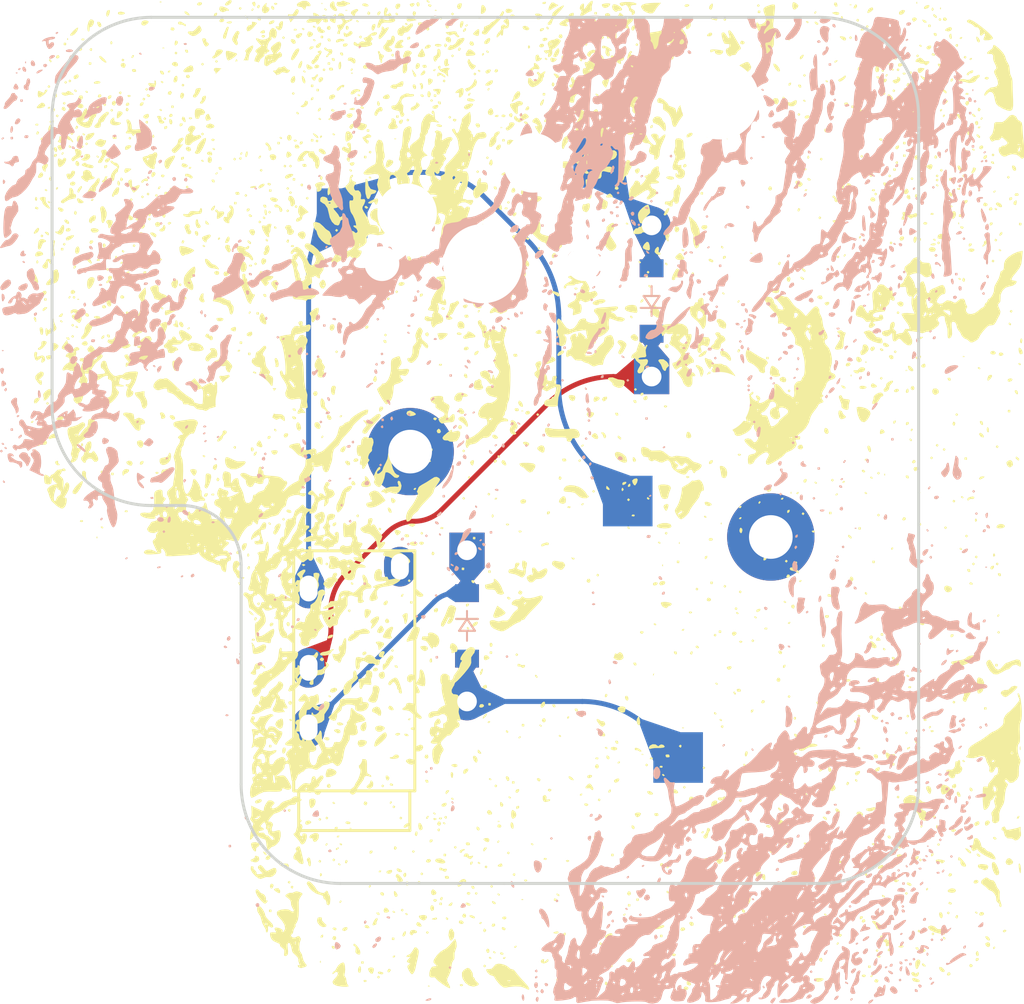
<source format=kicad_pcb>
(kicad_pcb (version 20221018) (generator pcbnew)
  (title_block (title "left") (rev "v1.0.0") (company "Unknown"))
  (layers (0 "F.Cu" signal) (31 "B.Cu" signal) (34 "B.Paste" user) (35 "F.Paste" user) (36 "B.SilkS" user "B.Silkscreen") (37 "F.SilkS" user "F.Silkscreen") (38 "B.Mask" user) (39 "F.Mask" user) (44 "Edge.Cuts" user))
  (net 0 "")
  (net 1 "rest_boat")
  (net 2 "reach_boat")
  (net 3 "T_COL")
  (net 4 "R2")
  (net 5 "R1")
  (footprint "LOGO" (layer "F.Cu") (at 100.478846 60.190336 -90)
    (fp_text reference "G***" hide)
    (fp_text value "LOGO" hide)
  )
  (footprint "Keebio-Parts:TRRS-PJ-320A" (layer "F.Cu") (at 91.729956 75.074686 180)
    (fp_text reference "REF**")
    (fp_text value "TRRS-PJ-320A")
    (pad "" np_thru_hole circle (at 0 1.6 180) (size 0.8 0.8) (drill 0.8) (layers "F&B.Cu" "*.Mask"))
    (pad "" np_thru_hole circle (at 0 8.6 180) (size 0.8 0.8) (drill 0.8) (layers "F&B.Cu" "*.Mask"))
    (pad "1" thru_hole oval (at -2.3 11.3 180) (size 1.6 2) (drill oval 0.9 1.3) (layers "*.Cu" "*.Mask"))
    (pad "2" thru_hole oval (at 2.3 10.2 180) (size 1.6 2) (drill oval 0.9 1.3) (layers "*.Cu" "*.Mask") (net 3 "T_COL"))
    (pad "3" thru_hole oval (at 2.3 6.2 180) (size 1.6 2) (drill oval 0.9 1.3) (layers "*.Cu" "*.Mask") (net 5 "R1"))
    (pad "4" thru_hole oval (at 2.3 3.2 180) (size 1.6 2) (drill oval 0.9 1.3) (layers "*.Cu" "*.Mask") (net 4 "R2"))
  )
  (footprint "" (layer "F.Cu") (at 94.546462 57.975192 -90)
    (fp_text reference "" (at 0 0 90) (layer "F.SilkS") (effects (font (size 1.27 1.27))))
    (fp_text value "" (at 0 0 90) (layer "F.SilkS") (effects (font (size 1.27 1.27))))
    (pad "0" thru_hole circle (at 0 0 180) (size 4.4 4.4) (drill 2.2) (layers "*.Cu" "*.Mask"))
  )
  (footprint "MX_Only:MXOnly-2U-Hotswap" (layer "F.Cu") (at 98.203704 48.502188)
    (fp_text reference "S23")
    (fp_text value "")
    (pad "" np_thru_hole circle (at -11.938 -8.255 180) (size 3.9878 3.9878) (drill 3.9878) (layers "F&B.Cu" "*.Mask"))
    (pad "" np_thru_hole circle (at -11.938 6.985 180) (size 3.048 3.048) (drill 3.048) (layers "F&B.Cu" "*.Mask"))
    (pad "" np_thru_hole circle (at -5.08 0 48.0996) (size 1.75 1.75) (drill 1.75) (layers "F&B.Cu" "*.Mask"))
    (pad "" np_thru_hole circle (at -3.81 -2.54) (size 3 3) (drill 3) (layers "F&B.Cu" "*.Mask"))
    (pad "" np_thru_hole circle (at 0 0 180) (size 3.9878 3.9878) (drill 3.9878) (layers "F&B.Cu" "*.Mask"))
    (pad "" np_thru_hole circle (at 2.54 -5.08) (size 3 3) (drill 3) (layers "F&B.Cu" "*.Mask"))
    (pad "" np_thru_hole circle (at 5.08 0 48.0996) (size 1.75 1.75) (drill 1.75) (layers "F&B.Cu" "*.Mask"))
    (pad "" np_thru_hole circle (at 11.938 -8.255 180) (size 3.9878 3.9878) (drill 3.9878) (layers "F&B.Cu" "*.Mask"))
    (pad "" np_thru_hole circle (at 11.938 6.985 180) (size 3.048 3.048) (drill 3.048) (layers "F&B.Cu" "*.Mask"))
    (pad "1" smd rect (at -7.085 -2.54) (size 2.55 2.5) (layers "B.Cu" "B.Paste" "B.Mask") (net 3 "T_COL"))
    (pad "2" smd rect (at 5.842 -5.08) (size 2.55 2.5) (layers "B.Cu" "B.Paste" "B.Mask") (net 2 "reach_boat"))
  )
  (footprint "" (layer "F.Cu") (at 112.715206 62.278937 -90)
    (fp_text reference "" (at 0 0 90) (layer "F.SilkS") (effects (font (size 1.27 1.27))))
    (fp_text value "" (at 0 0 90) (layer "F.SilkS") (effects (font (size 1.27 1.27))))
    (pad "0" thru_hole circle (at 0 0 180) (size 4.4 4.4) (drill 2.2) (layers "*.Cu" "*.Mask"))
  )
  (footprint "MX_Only:MXOnly-1.5U-Hotswap" (layer "F.Cu") (at 102.966208 67.552185 -90)
    (fp_text reference "S22")
    (fp_text value "")
    (pad "" np_thru_hole circle (at -5.08 0 318.0996) (size 1.75 1.75) (drill 1.75) (layers "F&B.Cu" "*.Mask"))
    (pad "" np_thru_hole circle (at -3.81 -2.54 270) (size 3 3) (drill 3) (layers "F&B.Cu" "*.Mask"))
    (pad "" np_thru_hole circle (at 0 0 270) (size 3.9878 3.9878) (drill 3.9878) (layers "F&B.Cu" "*.Mask"))
    (pad "" np_thru_hole circle (at 2.54 -5.08 270) (size 3 3) (drill 3) (layers "F&B.Cu" "*.Mask"))
    (pad "" np_thru_hole circle (at 5.08 0 318.0996) (size 1.75 1.75) (drill 1.75) (layers "F&B.Cu" "*.Mask"))
    (pad "1" smd rect (at -7.085 -2.54 270) (size 2.55 2.5) (layers "B.Cu" "B.Paste" "B.Mask") (net 3 "T_COL"))
    (pad "2" smd rect (at 5.842 -5.08 270) (size 2.55 2.5) (layers "B.Cu" "B.Paste" "B.Mask") (net 1 "rest_boat"))
  )
  (footprint "LOGO" (layer "B.Cu") (at 98.86304 60.888898 90)
    (fp_text reference "G***" hide)
    (fp_text value "LOGO" hide)
  )
  (footprint "ComboDiode" (layer "B.Cu") (at 97.409956 66.75843 -90)
    (fp_text reference "D22" hide)
    (fp_text value "" hide)
    (pad "1" thru_hole rect (at -3.81 0 270) (size 1.778 1.778) (drill 0.9906) (layers "*.Cu" "*.Mask") (net 4 "R2"))
    (pad "1" smd rect (at -1.65 0 270) (size 0.9 1.2) (layers "F.Cu" "F.Paste" "F.Mask") (net 4 "R2"))
    (pad "1" smd rect (at -1.65 0 270) (size 0.9 1.2) (layers "B.Cu" "B.Paste" "B.Mask") (net 4 "R2"))
    (pad "2" smd rect (at 1.65 0 270) (size 0.9 1.2) (layers "F.Cu" "F.Paste" "F.Mask") (net 1 "rest_boat"))
    (pad "2" smd rect (at 1.65 0 270) (size 0.9 1.2) (layers "B.Cu" "B.Paste" "B.Mask") (net 1 "rest_boat"))
    (pad "2" thru_hole circle (at 3.81 0 270) (size 1.905 1.905) (drill 0.9906) (layers "*.Cu" "*.Mask") (net 1 "rest_boat"))
  )
  (footprint "ComboDiode" (layer "B.Cu") (at 106.70996 50.382186 90)
    (fp_text reference "D23" hide)
    (fp_text value "" hide)
    (pad "1" thru_hole rect (at -3.81 0 90) (size 1.778 1.778) (drill 0.9906) (layers "*.Cu" "*.Mask") (net 5 "R1"))
    (pad "1" smd rect (at -1.65 0 90) (size 0.9 1.2) (layers "F.Cu" "F.Paste" "F.Mask") (net 5 "R1"))
    (pad "1" smd rect (at -1.65 0 90) (size 0.9 1.2) (layers "B.Cu" "B.Paste" "B.Mask") (net 5 "R1"))
    (pad "2" smd rect (at 1.65 0 90) (size 0.9 1.2) (layers "F.Cu" "F.Paste" "F.Mask") (net 2 "reach_boat"))
    (pad "2" smd rect (at 1.65 0 90) (size 0.9 1.2) (layers "B.Cu" "B.Paste" "B.Mask") (net 2 "reach_boat"))
    (pad "2" thru_hole circle (at 3.81 0 90) (size 1.905 1.905) (drill 0.9906) (layers "*.Cu" "*.Mask") (net 2 "reach_boat"))
  )
  (gr_line (start 81.505211 36.085191) (end 115.161459 36.085182) (stroke (width 0.15)) (layer "Edge.Cuts"))
  (gr_line (start 81.50521 60.691442) (end 83.030206 60.691431) (stroke (width 0.15)) (layer "Edge.Cuts"))
  (gr_arc (start 76.505212 41.085191) (mid 77.969657 37.549652) (end 81.505211 36.085191) (stroke (width 0.15)) (layer "Edge.Cuts"))
  (gr_line (start 86.030204 63.691435) (end 86.030208 74.741441) (stroke (width 0.15)) (layer "Edge.Cuts"))
  (gr_line (start 76.505205 55.691436) (end 76.505212 41.085191) (stroke (width 0.15)) (layer "Edge.Cuts"))
  (gr_arc (start 83.030206 60.691431) (mid 85.151565 61.570089) (end 86.030204 63.691435) (stroke (width 0.15)) (layer "Edge.Cuts"))
  (gr_arc (start 120.1657 74.741438) (mid 118.7 78.28) (end 115.161455 79.745738) (stroke (width 0.15)) (layer "Edge.Cuts"))
  (gr_line (start 120.161458 41.085184) (end 120.161455 74.741433) (stroke (width 0.15)) (layer "Edge.Cuts"))
  (gr_arc (start 115.161459 36.085182) (mid 118.697014 37.549641) (end 120.161458 41.085184) (stroke (width 0.15)) (layer "Edge.Cuts"))
  (gr_arc (start 91.030205 79.741439) (mid 87.494642 78.276986) (end 86.030208 74.741441) (stroke (width 0.15)) (layer "Edge.Cuts"))
  (gr_line (start 115.161457 79.741433) (end 91.030205 79.741439) (stroke (width 0.15)) (layer "Edge.Cuts"))
  (gr_arc (start 81.50521 60.691442) (mid 77.969675 59.226982) (end 76.505205 55.691436) (stroke (width 0.15)) (layer "Edge.Cuts"))
  (segment (start 97.409956 68.408431) (end 97.409955 70.56844) (width 0.25) (layer "F.Cu") (net 1))
  (segment (start 97.409955 70.56844) (end 97.409956 68.408431) (width 0.25) (layer "B.Cu") (net 1))
  (segment (start 106.63333 71.981309) (end 108.046205 73.394189) (width 0.25) (layer "B.Cu") (net 1))
  (segment (start 103.222355 70.568435) (end 97.409955 70.56844) (width 0.25) (layer "B.Cu") (net 1))
  (arc (start 106.63333 71.981309) (mid 105.06836 70.935628) (end 103.222355 70.568435) (width 0.25) (layer "B.Cu") (net 1))
  (segment (start 106.709952 48.732192) (end 106.709957 46.572182) (width 0.25) (layer "F.Cu") (net 2))
  (segment (start 104.185197 44.047417) (end 106.709957 46.572182) (width 0.25) (layer "B.Cu") (net 2))
  (segment (start 106.709957 46.572182) (end 106.709952 48.732192) (width 0.25) (layer "B.Cu") (net 2))
  (segment (start 103.928951 43.428812) (end 103.928953 43.066432) (width 0.25) (layer "B.Cu") (net 2))
  (arc (start 103.928951 43.428812) (mid 103.995554 43.763601) (end 104.185197 44.047417) (width 0.25) (layer "B.Cu") (net 2))
  (segment (start 91.945661 45.135226) (end 91.944209 45.136678) (width 0.25) (layer "B.Cu") (net 3))
  (segment (start 91.963084 45.117809) (end 91.955824 45.125067) (width 0.25) (layer "B.Cu") (net 3))
  (segment (start 92.028399 45.052488) (end 92.026946 45.053943) (width 0.25) (layer "B.Cu") (net 3))
  (segment (start 92.054514 45.026375) (end 92.05307 45.027819) (width 0.25) (layer "B.Cu") (net 3))
  (segment (start 91.943846 45.13704) (end 91.944209 45.136678) (width 0.25) (layer "B.Cu") (net 3))
  (segment (start 92.055605 45.025285) (end 92.05488 45.02601) (width 0.25) (layer "B.Cu") (net 3))
  (segment (start 92.022588 45.058302) (end 92.024039 45.056852) (width 0.25) (layer "B.Cu") (net 3))
  (segment (start 91.947114 45.133775) (end 91.945661 45.135226) (width 0.25) (layer "B.Cu") (net 3))
  (segment (start 91.839718 45.241175) (end 91.838267 45.242626) (width 0.25) (layer "B.Cu") (net 3))
  (segment (start 92.05488 45.02601) (end 92.054514 45.026375) (width 0.25) (layer "B.Cu") (net 3))
  (segment (start 92.038553 45.042337) (end 92.032748 45.04814) (width 0.25) (layer "B.Cu") (net 3))
  (segment (start 91.746469 45.33442) (end 91.746833 45.334057) (width 0.25) (layer "B.Cu") (net 3))
  (segment (start 91.948567 45.132323) (end 91.950017 45.130874) (width 0.25) (layer "B.Cu") (net 3))
  (segment (start 92.044356 45.036534) (end 92.038553 45.042337) (width 0.25) (layer "B.Cu") (net 3))
  (segment (start 95.380919 43.9) (end 94.837746 43.9) (width 0.25) (layer "B.Cu") (net 3))
  (segment (start 91.95437 45.126522) (end 91.950017 45.130874) (width 0.25) (layer "B.Cu") (net 3))
  (segment (start 91.978686 45.102208) (end 91.993925 45.086968) (width 0.25) (layer "B.Cu") (net 3))
  (segment (start 92.04617 45.034719) (end 92.044356 45.036534) (width 0.25) (layer "B.Cu") (net 3))
  (segment (start 92.048343 45.032546) (end 92.04617 45.034719) (width 0.25) (layer "B.Cu") (net 3))
  (segment (start 91.890515 45.190377) (end 91.878904 45.201987) (width 0.25) (layer "B.Cu") (net 3))
  (segment (start 92.05307 45.027819) (end 92.051625 45.029263) (width 0.25) (layer "B.Cu") (net 3))
  (segment (start 100.440398 47.302624) (end 98.721751 45.583978) (width 0.25) (layer "B.Cu") (net 3))
  (segment (start 91.84262 45.238272) (end 91.848789 45.232103) (width 0.25) (layer "B.Cu") (net 3))
  (segment (start 92.022588 45.058302) (end 92.018233 45.062659) (width 0.25) (layer "B.Cu") (net 3))
  (segment (start 91.831009 45.249884) (end 91.838267 45.242626) (width 0.25) (layer "B.Cu") (net 3))
  (segment (start 91.831009 45.249884) (end 91.815042 45.265851) (width 0.25) (layer "B.Cu") (net 3))
  (segment (start 92.016783 45.064108) (end 92.009529 45.071364) (width 0.25) (layer "B.Cu") (net 3))
  (segment (start 92.028759 45.052127) (end 92.028399 45.052488) (width 0.25) (layer "B.Cu") (net 3))
  (segment (start 91.978686 45.102208) (end 91.970704 45.110188) (width 0.25) (layer "B.Cu") (net 3))
  (segment (start 91.970704 45.110188) (end 91.970343 45.11055) (width 0.25) (layer "B.Cu") (net 3))
  (segment (start 91.807787 45.273105) (end 91.815042 45.265851) (width 0.25) (layer "B.Cu") (net 3))
  (segment (start 92.001909 45.078984) (end 91.993925 45.086968) (width 0.25) (layer "B.Cu") (net 3))
  (segment (start 91.905032 45.175859) (end 91.899225 45.181668) (width 0.25) (layer "B.Cu") (net 3))
  (segment (start 91.893416 45.187475) (end 91.890515 45.190377) (width 0.25) (layer "B.Cu") (net 3))
  (segment (start 92.048699 45.032189) (end 92.048343 45.032546) (width 0.25) (layer "B.Cu") (net 3))
  (segment (start 92.009319 45.071573) (end 91.118704 45.962188) (width 0.25) (layer "B.Cu") (net 3))
  (segment (start 92.055605 45.025285) (end 92.055968 45.024923) (width 0.25) (layer "B.Cu") (net 3))
  (segment (start 92.050159 45.03073) (end 92.048699 45.032189) (width 0.25) (layer "B.Cu") (net 3))
  (segment (start 91.862577 45.218314) (end 91.848789 45.232103) (width 0.25) (layer "B.Cu") (net 3))
  (segment (start 91.948567 45.132323) (end 91.947114 45.133775) (width 0.25) (layer "B.Cu") (net 3))
  (segment (start 91.84262 45.238272) (end 91.841169 45.239724) (width 0.25) (layer "B.Cu") (net 3))
  (segment (start 91.841169 45.239724) (end 91.839718 45.241175) (width 0.25) (layer "B.Cu") (net 3))
  (segment (start 92.026946 45.053943) (end 92.025493 45.055398) (width 0.25) (layer "B.Cu") (net 3))
  (segment (start 91.93114 45.149744) (end 91.931154 45.149729) (width 0.25) (layer "B.Cu") (net 3))
  (segment (start 105.506209 60.467183) (end 103.627978 58.58896) (width 0.25) (layer "B.Cu") (net 3))
  (segment (start 92.051618 45.029271) (end 92.050159 45.03073) (width 0.25) (layer "B.Cu") (net 3))
  (segment (start 92.016783 45.064108) (end 92.018233 45.062659) (width 0.25) (layer "B.Cu") (net 3))
  (segment (start 102.034187 54.741206) (end 102.034186 51.15038) (width 0.25) (layer "B.Cu") (net 3))
  (segment (start 91.715266 45.365623) (end 91.684426 45.396463) (width 0.25) (layer "B.Cu") (net 3))
  (segment (start 92.030934 45.049953) (end 92.028759 45.052127) (width 0.25) (layer "B.Cu") (net 3))
  (segment (start 91.943846 45.13704) (end 91.94167 45.139217) (width 0.25) (layer "B.Cu") (net 3))
  (segment (start 92.009529 45.071364) (end 92.002273 45.078619) (width 0.25) (layer "B.Cu") (net 3))
  (segment (start 91.922442 45.158445) (end 91.91664 45.164248) (width 0.25) (layer "B.Cu") (net 3))
  (segment (start 92.030934 45.049953) (end 92.032748 45.04814) (width 0.25) (layer "B.Cu") (net 3))
  (segment (start 91.94167 45.139217) (end 91.939857 45.14103) (width 0.25) (layer "B.Cu") (net 3))
  (segment (start 91.899225 45.181668) (end 91.893416 45.187475) (width 0.25) (layer "B.Cu") (net 3))
  (segment (start 91.807787 45.273105) (end 91.777311 45.303581) (width 0.25) (layer "B.Cu") (net 3))
  (segment (start 91.91664 45.164248) (end 91.910839 45.17005) (width 0.25) (layer "B.Cu") (net 3))
  (segment (start 91.862577 45.218314) (end 91.878904 45.201987) (width 0.25) (layer "B.Cu") (net 3))
  (segment (start 91.684426 45.396463) (end 91.591542 45.489345) (width 0.25) (layer "B.Cu") (net 3))
  (segment (start 91.931136 45.149747) (end 91.928243 45.152642) (width 0.25) (layer "B.Cu") (net 3))
  (segment (start 91.746469 45.33442) (end 91.715266 45.365623) (width 0.25) (layer "B.Cu") (net 3))
  (segment (start 91.910839 45.17005) (end 91.905032 45.175859) (width 0.25) (layer "B.Cu") (net 3))
  (segment (start 90.274332 46.806558) (end 91.591542 45.489345) (width 0.25) (layer "B.Cu") (net 3))
  (segment (start 92.025493 45.055398) (end 92.024039 45.056852) (width 0.25) (layer "B.Cu") (net 3))
  (segment (start 91.777311 45.303581) (end 91.746833 45.334057) (width 0.25) (layer "B.Cu") (net 3))
  (segment (start 92.002273 45.078619) (end 92.001909 45.078984) (width 0.25) (layer "B.Cu") (net 3))
  (segment (start 91.955824 45.125067) (end 91.95437 45.126522) (width 0.25) (layer "B.Cu") (net 3))
  (segment (start 91.970343 45.11055) (end 91.963084 45.117809) (width 0.25) (layer "B.Cu") (net 3))
  (segment (start 92.051625 45.029263) (end 92.051618 45.029271) (width 0.25) (layer "B.Cu") (net 3))
  (segment (start 98.721751 45.583978) (end 98.209346 45.071573) (width 0.25) (layer "B.Cu") (net 3))
  (segment (start 91.939857 45.14103) (end 91.934053 45.146832) (width 0.25) (layer "B.Cu") (net 3))
  (segment (start 89.429957 48.845058) (end 89.429954 64.874689) (width 0.25) (layer "B.Cu") (net 3))
  (segment (start 91.928243 45.152642) (end 91.922442 45.158445) (width 0.25) (layer "B.Cu") (net 3))
  (segment (start 91.931154 45.149729) (end 91.934053 45.146832) (width 0.25) (layer "B.Cu") (net 3))
  (arc (start 94.837746 43.9) (mid 93.307012 44.204482) (end 92.009319 45.071573) (width 0.25) (layer "B.Cu") (net 3))
  (arc (start 90.274332 46.806558) (mid 89.649404 47.741827) (end 89.429957 48.845058) (width 0.25) (layer "B.Cu") (net 3))
  (arc (start 91.931144 45.149741) (mid 91.931141 45.149742) (end 91.931136 45.149747) (width 0.25) (layer "B.Cu") (net 3))
  (arc (start 91.931144 45.149741) (mid 91.931142 45.149742) (end 91.93114 45.149744) (width 0.25) (layer "B.Cu") (net 3))
  (arc (start 98.209346 45.071573) (mid 96.911653 44.204482) (end 95.380919 43.9) (width 0.25) (layer "B.Cu") (net 3))
  (arc (start 102.034186 51.15038) (mid 101.619972 49.067987) (end 100.440398 47.302624) (width 0.25) (layer "B.Cu") (net 3))
  (arc (start 91.931154 45.149729) (mid 91.931149 45.149734) (end 91.931144 45.149741) (width 0.25) (layer "B.Cu") (net 3))
  (arc (start 103.627978 58.58896) (mid 102.448397 56.823589) (end 102.034187 54.741206) (width 0.25) (layer "B.Cu") (net 3))
  (segment (start 97.409957 62.948439) (end 97.409956 65.108435) (width 0.25) (layer "F.Cu") (net 4))
  (segment (start 97.409956 65.108435) (end 97.409957 62.948439) (width 0.25) (layer "B.Cu") (net 4))
  (segment (start 96.803084 65.108432) (end 97.409956 65.108435) (width 0.25) (layer "B.Cu") (net 4))
  (segment (start 95.767085 65.537562) (end 89.42996 71.874691) (width 0.25) (layer "B.Cu") (net 4))
  (arc (start 96.803084 65.108432) (mid 96.242409 65.219963) (end 95.767085 65.537562) (width 0.25) (layer "B.Cu") (net 4))
  (segment (start 106.70996 54.192185) (end 104.779085 54.192188) (width 0.25) (layer "F.Cu") (net 5))
  (segment (start 90.554472 65.926714) (end 90.554471 66.955011) (width 0.25) (layer "F.Cu") (net 5))
  (segment (start 101.482875 55.557521) (end 96.116476 60.923917) (width 0.25) (layer "F.Cu") (net 5))
  (segment (start 93.40644 62.046452) (end 91.281595 64.171298) (width 0.25) (layer "F.Cu") (net 5))
  (segment (start 106.70996 54.192185) (end 106.70996 52.03219) (width 0.25) (layer "F.Cu") (net 5))
  (segment (start 89.992219 68.312422) (end 89.429955 68.874685) (width 0.25) (layer "F.Cu") (net 5))
  (arc (start 90.554472 65.926714) (mid 90.743447 64.976687) (end 91.281595 64.171298) (width 0.25) (layer "F.Cu") (net 5))
  (arc (start 89.992219 68.312422) (mid 90.408349 67.689638) (end 90.554471 66.955011) (width 0.25) (layer "F.Cu") (net 5))
  (arc (start 93.40644 62.046452) (mid 94.028125 61.631052) (end 94.761453 61.485182) (width 0.25) (layer "F.Cu") (net 5))
  (arc (start 96.116476 60.923917) (mid 95.494782 61.339314) (end 94.761453 61.485182) (width 0.25) (layer "F.Cu") (net 5))
  (arc (start 101.482875 55.557521) (mid 102.995186 54.547025) (end 104.779085 54.192188) (width 0.25) (layer "F.Cu") (net 5))
  (segment (start 106.70996 52.03219) (end 106.70996 54.192185) (width 0.25) (layer "B.Cu") (net 5))
)
</source>
